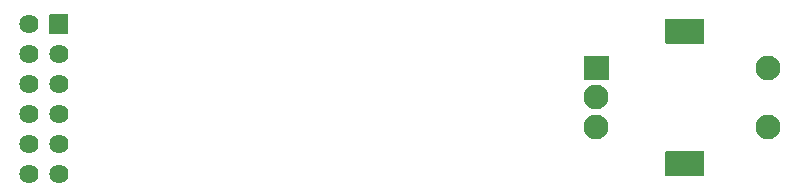
<source format=gbs>
G04 #@! TF.GenerationSoftware,KiCad,Pcbnew,(5.1.9-0-10_14)*
G04 #@! TF.CreationDate,2021-05-04T13:02:15-03:00*
G04 #@! TF.ProjectId,RingPush-PMOD,52696e67-5075-4736-982d-504d4f442e6b,rev?*
G04 #@! TF.SameCoordinates,Original*
G04 #@! TF.FileFunction,Soldermask,Bot*
G04 #@! TF.FilePolarity,Negative*
%FSLAX46Y46*%
G04 Gerber Fmt 4.6, Leading zero omitted, Abs format (unit mm)*
G04 Created by KiCad (PCBNEW (5.1.9-0-10_14)) date 2021-05-04 13:02:15*
%MOMM*%
%LPD*%
G01*
G04 APERTURE LIST*
%ADD10C,2.101600*%
%ADD11C,1.625600*%
G04 APERTURE END LIST*
G36*
G01*
X68601700Y-102501000D02*
X68601700Y-100501000D01*
G75*
G02*
X68652500Y-100450200I50800J0D01*
G01*
X70652500Y-100450200D01*
G75*
G02*
X70703300Y-100501000I0J-50800D01*
G01*
X70703300Y-102501000D01*
G75*
G02*
X70652500Y-102551800I-50800J0D01*
G01*
X68652500Y-102551800D01*
G75*
G02*
X68601700Y-102501000I0J50800D01*
G01*
G37*
D10*
X69652500Y-104001000D03*
X69652500Y-106501000D03*
G36*
G01*
X75501700Y-99401000D02*
X75501700Y-97401000D01*
G75*
G02*
X75552500Y-97350200I50800J0D01*
G01*
X78752500Y-97350200D01*
G75*
G02*
X78803300Y-97401000I0J-50800D01*
G01*
X78803300Y-99401000D01*
G75*
G02*
X78752500Y-99451800I-50800J0D01*
G01*
X75552500Y-99451800D01*
G75*
G02*
X75501700Y-99401000I0J50800D01*
G01*
G37*
G36*
G01*
X75501700Y-110601000D02*
X75501700Y-108601000D01*
G75*
G02*
X75552500Y-108550200I50800J0D01*
G01*
X78752500Y-108550200D01*
G75*
G02*
X78803300Y-108601000I0J-50800D01*
G01*
X78803300Y-110601000D01*
G75*
G02*
X78752500Y-110651800I-50800J0D01*
G01*
X75552500Y-110651800D01*
G75*
G02*
X75501700Y-110601000I0J50800D01*
G01*
G37*
X84152500Y-101501000D03*
X84152500Y-106501000D03*
D11*
X21590000Y-110490000D03*
X24130000Y-110490000D03*
X21590000Y-107950000D03*
X24130000Y-107950000D03*
X21590000Y-105410000D03*
X24130000Y-105410000D03*
X21590000Y-102870000D03*
X24130000Y-102870000D03*
X21590000Y-100330000D03*
X24130000Y-100330000D03*
X21590000Y-97790000D03*
G36*
G01*
X23317200Y-98552000D02*
X23317200Y-97028000D01*
G75*
G02*
X23368000Y-96977200I50800J0D01*
G01*
X24892000Y-96977200D01*
G75*
G02*
X24942800Y-97028000I0J-50800D01*
G01*
X24942800Y-98552000D01*
G75*
G02*
X24892000Y-98602800I-50800J0D01*
G01*
X23368000Y-98602800D01*
G75*
G02*
X23317200Y-98552000I0J50800D01*
G01*
G37*
M02*

</source>
